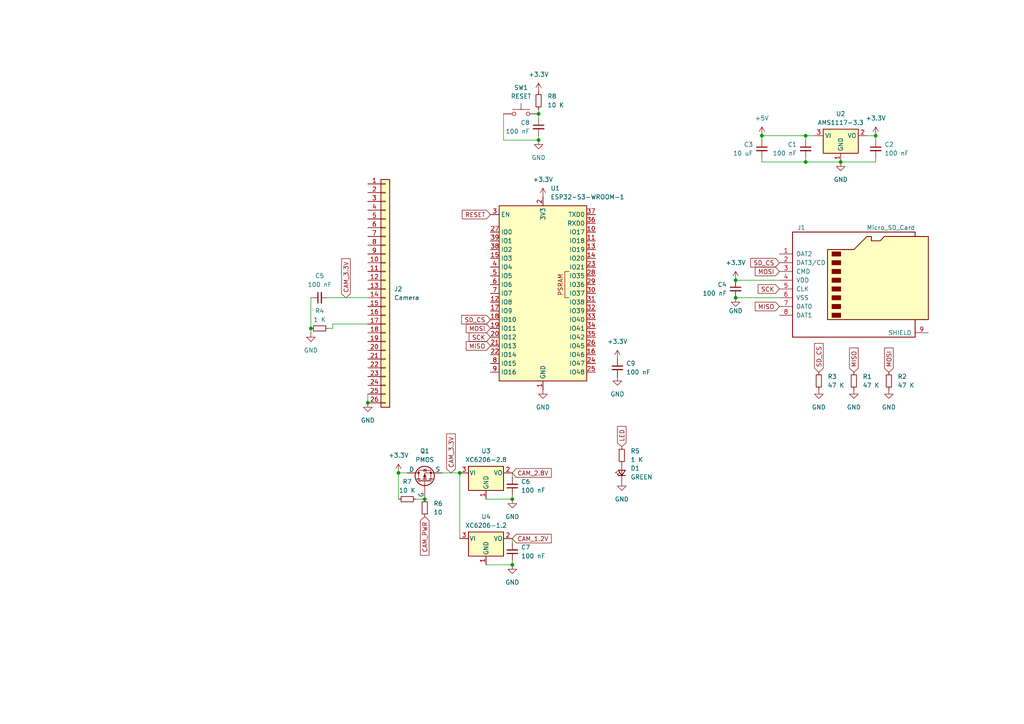
<source format=kicad_sch>
(kicad_sch (version 20231120) (generator "eeschema") (generator_version "8.0")
  (paper "A4")
  (lib_symbols
    (symbol "Connector:Micro_SD_Card" (pin_names (offset 1.016))
      (property "Reference" "J" (at -16.51 15.24 0))
      (property "Value" "Micro_SD_Card" (at 16.51 15.24 0))
      (symbol "Micro_SD_Card_0_1"
        (rectangle (start -7.62 -9.525) (end -5.08 -10.795) (fill (type outline)))
        (rectangle (start -7.62 -6.985) (end -5.08 -8.255) (fill (type outline)))
        (rectangle (start -7.62 -4.445) (end -5.08 -5.715) (fill (type outline)))
        (rectangle (start -7.62 -1.905) (end -5.08 -3.175) (fill (type outline)))
        (rectangle (start -7.62 0.635) (end -5.08 -0.635) (fill (type outline)))
        (rectangle (start -7.62 3.175) (end -5.08 1.905) (fill (type outline)))
        (rectangle (start -7.62 5.715) (end -5.08 4.445) (fill (type outline)))
        (rectangle (start -7.62 8.255) (end -5.08 6.985) (fill (type outline)))
        (polyline (pts (xy 16.51 12.7) (xy 16.51 13.97) (xy -19.05 13.97) (xy -19.05 -16.51) (xy 16.51 -16.51) (xy 16.51 -11.43)) (stroke (width 0.254)))
        (polyline (pts (xy -8.89 -11.43) (xy -8.89 8.89) (xy -1.27 8.89) (xy 2.54 12.7) (xy 3.81 12.7) (xy 3.81 11.43) (xy 6.35 11.43) (xy 7.62 12.7) (xy 20.32 12.7) (xy 20.32 -11.43) (xy -8.89 -11.43)) (stroke (width 0.254)) (fill (type background)))
      )
      (symbol "Micro_SD_Card_1_1"
        (pin bidirectional line (at -22.86 7.62 0) (length 3.81) (name "DAT2") (number "1"))
        (pin bidirectional line (at -22.86 5.08 0) (length 3.81) (name "DAT3/CD") (number "2"))
        (pin input line (at -22.86 2.54 0) (length 3.81) (name "CMD") (number "3"))
        (pin power_in line (at -22.86 0 0) (length 3.81) (name "VDD") (number "4"))
        (pin input line (at -22.86 -2.54 0) (length 3.81) (name "CLK") (number "5"))
        (pin power_in line (at -22.86 -5.08 0) (length 3.81) (name "VSS") (number "6"))
        (pin bidirectional line (at -22.86 -7.62 0) (length 3.81) (name "DAT0") (number "7"))
        (pin bidirectional line (at -22.86 -10.16 0) (length 3.81) (name "DAT1") (number "8"))
        (pin passive line (at 20.32 -15.24 180) (length 3.81) (name "SHIELD") (number "9"))
      )
    )
    (symbol "Connector_Generic:Conn_01x26" (pin_names (offset 1.016) hide)
      (property "Reference" "J" (at 0 33.02 0))
      (property "Value" "Conn_01x26" (at 0 -35.56 0))
      (symbol "Conn_01x26_1_1"
        (rectangle (start -1.27 -32.893) (end 0 -33.147) (stroke (width 0.1524)))
        (rectangle (start -1.27 -30.353) (end 0 -30.607) (stroke (width 0.1524)))
        (rectangle (start -1.27 -27.813) (end 0 -28.067) (stroke (width 0.1524)))
        (rectangle (start -1.27 -25.273) (end 0 -25.527) (stroke (width 0.1524)))
        (rectangle (start -1.27 -22.733) (end 0 -22.987) (stroke (width 0.1524)))
        (rectangle (start -1.27 -20.193) (end 0 -20.447) (stroke (width 0.1524)))
        (rectangle (start -1.27 -17.653) (end 0 -17.907) (stroke (width 0.1524)))
        (rectangle (start -1.27 -15.113) (end 0 -15.367) (stroke (width 0.1524)))
        (rectangle (start -1.27 -12.573) (end 0 -12.827) (stroke (width 0.1524)))
        (rectangle (start -1.27 -10.033) (end 0 -10.287) (stroke (width 0.1524)))
        (rectangle (start -1.27 -7.493) (end 0 -7.747) (stroke (width 0.1524)))
        (rectangle (start -1.27 -4.953) (end 0 -5.207) (stroke (width 0.1524)))
        (rectangle (start -1.27 -2.413) (end 0 -2.667) (stroke (width 0.1524)))
        (rectangle (start -1.27 0.127) (end 0 -0.127) (stroke (width 0.1524)))
        (rectangle (start -1.27 2.667) (end 0 2.413) (stroke (width 0.1524)))
        (rectangle (start -1.27 5.207) (end 0 4.953) (stroke (width 0.1524)))
        (rectangle (start -1.27 7.747) (end 0 7.493) (stroke (width 0.1524)))
        (rectangle (start -1.27 10.287) (end 0 10.033) (stroke (width 0.1524)))
        (rectangle (start -1.27 12.827) (end 0 12.573) (stroke (width 0.1524)))
        (rectangle (start -1.27 15.367) (end 0 15.113) (stroke (width 0.1524)))
        (rectangle (start -1.27 17.907) (end 0 17.653) (stroke (width 0.1524)))
        (rectangle (start -1.27 20.447) (end 0 20.193) (stroke (width 0.1524)))
        (rectangle (start -1.27 22.987) (end 0 22.733) (stroke (width 0.1524)))
        (rectangle (start -1.27 25.527) (end 0 25.273) (stroke (width 0.1524)))
        (rectangle (start -1.27 28.067) (end 0 27.813) (stroke (width 0.1524)))
        (rectangle (start -1.27 30.607) (end 0 30.353) (stroke (width 0.1524)))
        (rectangle (start -1.27 31.75) (end 1.27 -34.29) (stroke (width 0.254)) (fill (type background)))
        (pin passive line (at -5.08 30.48 0) (length 3.81) (name "Pin_1") (number "1"))
        (pin passive line (at -5.08 7.62 0) (length 3.81) (name "Pin_10") (number "10"))
        (pin passive line (at -5.08 5.08 0) (length 3.81) (name "Pin_11") (number "11"))
        (pin passive line (at -5.08 2.54 0) (length 3.81) (name "Pin_12") (number "12"))
        (pin passive line (at -5.08 0 0) (length 3.81) (name "Pin_13") (number "13"))
        (pin passive line (at -5.08 -2.54 0) (length 3.81) (name "Pin_14") (number "14"))
        (pin passive line (at -5.08 -5.08 0) (length 3.81) (name "Pin_15") (number "15"))
        (pin passive line (at -5.08 -7.62 0) (length 3.81) (name "Pin_16") (number "16"))
        (pin passive line (at -5.08 -10.16 0) (length 3.81) (name "Pin_17") (number "17"))
        (pin passive line (at -5.08 -12.7 0) (length 3.81) (name "Pin_18") (number "18"))
        (pin passive line (at -5.08 -15.24 0) (length 3.81) (name "Pin_19") (number "19"))
        (pin passive line (at -5.08 27.94 0) (length 3.81) (name "Pin_2") (number "2"))
        (pin passive line (at -5.08 -17.78 0) (length 3.81) (name "Pin_20") (number "20"))
        (pin passive line (at -5.08 -20.32 0) (length 3.81) (name "Pin_21") (number "21"))
        (pin passive line (at -5.08 -22.86 0) (length 3.81) (name "Pin_22") (number "22"))
        (pin passive line (at -5.08 -25.4 0) (length 3.81) (name "Pin_23") (number "23"))
        (pin passive line (at -5.08 -27.94 0) (length 3.81) (name "Pin_24") (number "24"))
        (pin passive line (at -5.08 -30.48 0) (length 3.81) (name "Pin_25") (number "25"))
        (pin passive line (at -5.08 -33.02 0) (length 3.81) (name "Pin_26") (number "26"))
        (pin passive line (at -5.08 25.4 0) (length 3.81) (name "Pin_3") (number "3"))
        (pin passive line (at -5.08 22.86 0) (length 3.81) (name "Pin_4") (number "4"))
        (pin passive line (at -5.08 20.32 0) (length 3.81) (name "Pin_5") (number "5"))
        (pin passive line (at -5.08 17.78 0) (length 3.81) (name "Pin_6") (number "6"))
        (pin passive line (at -5.08 15.24 0) (length 3.81) (name "Pin_7") (number "7"))
        (pin passive line (at -5.08 12.7 0) (length 3.81) (name "Pin_8") (number "8"))
        (pin passive line (at -5.08 10.16 0) (length 3.81) (name "Pin_9") (number "9"))
      )
    )
    (symbol "Device:C_Small" (pin_numbers hide) (pin_names (offset 0.254) hide)
      (property "Reference" "C" (at 0.254 1.778 0))
      (property "Value" "C_Small" (at 0.254 -2.032 0))
      (symbol "C_Small_0_1"
        (polyline (pts (xy -1.524 -0.508) (xy 1.524 -0.508)) (stroke (width 0.3302)))
        (polyline (pts (xy -1.524 0.508) (xy 1.524 0.508)) (stroke (width 0.3048)))
      )
      (symbol "C_Small_1_1"
        (pin passive line (at 0 2.54 270) (length 2.032) (name "~") (number "1"))
        (pin passive line (at 0 -2.54 90) (length 2.032) (name "~") (number "2"))
      )
    )
    (symbol "Device:LED_Small" (pin_numbers hide) (pin_names (offset 0.254) hide)
      (property "Reference" "D" (at -1.27 3.175 0))
      (property "Value" "LED_Small" (at -4.445 -2.54 0))
      (symbol "LED_Small_0_1"
        (polyline (pts (xy -0.762 -1.016) (xy -0.762 1.016)) (stroke (width 0.254)))
        (polyline (pts (xy 1.016 0) (xy -0.762 0)))
        (polyline (pts (xy 0.762 -1.016) (xy -0.762 0) (xy 0.762 1.016) (xy 0.762 -1.016)) (stroke (width 0.254)))
        (polyline (pts (xy 0 0.762) (xy -0.508 1.27) (xy -0.254 1.27) (xy -0.508 1.27) (xy -0.508 1.016)))
        (polyline (pts (xy 0.508 1.27) (xy 0 1.778) (xy 0.254 1.778) (xy 0 1.778) (xy 0 1.524)))
      )
      (symbol "LED_Small_1_1"
        (pin passive line (at -2.54 0 0) (length 1.778) (name "K") (number "1"))
        (pin passive line (at 2.54 0 180) (length 1.778) (name "A") (number "2"))
      )
    )
    (symbol "Device:R_Small" (pin_numbers hide) (pin_names (offset 0.254) hide)
      (property "Reference" "R" (at 0.762 0.508 0))
      (property "Value" "R_Small" (at 0.762 -1.016 0))
      (symbol "R_Small_0_1"
        (rectangle (start -0.762 1.778) (end 0.762 -1.778) (stroke (width 0.2032)))
      )
      (symbol "R_Small_1_1"
        (pin passive line (at 0 2.54 270) (length 0.762) (name "~") (number "1"))
        (pin passive line (at 0 -2.54 90) (length 0.762) (name "~") (number "2"))
      )
    )
    (symbol "RF_Module:ESP32-S3-WROOM-1"
      (property "Reference" "U" (at -12.7 26.67 0))
      (property "Value" "ESP32-S3-WROOM-1" (at 12.7 26.67 0))
      (symbol "ESP32-S3-WROOM-1_0_0"
        (rectangle (start -12.7 25.4) (end 12.7 -25.4) (stroke (width 0.254)) (fill (type background)))
        (text "PSRAM" (at 5.08 2.54 900) (effects (font (size 1.27 1.27))))
      )
      (symbol "ESP32-S3-WROOM-1_0_1"
        (polyline (pts (xy 7.62 -1.27) (xy 6.35 -1.27) (xy 6.35 6.35) (xy 7.62 6.35)))
      )
      (symbol "ESP32-S3-WROOM-1_1_1"
        (pin power_in line (at 0 -27.94 90) (length 2.54) (name "GND") (number "1"))
        (pin bidirectional line (at 15.24 17.78 180) (length 2.54) (name "IO17") (number "10"))
        (pin bidirectional line (at 15.24 15.24 180) (length 2.54) (name "IO18") (number "11"))
        (pin bidirectional line (at -15.24 -2.54 0) (length 2.54) (name "IO8") (number "12"))
        (pin bidirectional line (at 15.24 12.7 180) (length 2.54) (name "IO19") (number "13"))
        (pin bidirectional line (at 15.24 10.16 180) (length 2.54) (name "IO20") (number "14"))
        (pin bidirectional line (at -15.24 10.16 0) (length 2.54) (name "IO3") (number "15"))
        (pin bidirectional line (at 15.24 -17.78 180) (length 2.54) (name "IO46") (number "16"))
        (pin bidirectional line (at -15.24 -5.08 0) (length 2.54) (name "IO9") (number "17"))
        (pin bidirectional line (at -15.24 -7.62 0) (length 2.54) (name "IO10") (number "18"))
        (pin bidirectional line (at -15.24 -10.16 0) (length 2.54) (name "IO11") (number "19"))
        (pin power_in line (at 0 27.94 270) (length 2.54) (name "3V3") (number "2"))
        (pin bidirectional line (at -15.24 -12.7 0) (length 2.54) (name "IO12") (number "20"))
        (pin bidirectional line (at -15.24 -15.24 0) (length 2.54) (name "IO13") (number "21"))
        (pin bidirectional line (at -15.24 -17.78 0) (length 2.54) (name "IO14") (number "22"))
        (pin bidirectional line (at 15.24 7.62 180) (length 2.54) (name "IO21") (number "23"))
        (pin bidirectional line (at 15.24 -20.32 180) (length 2.54) (name "IO47") (number "24"))
        (pin bidirectional line (at 15.24 -22.86 180) (length 2.54) (name "IO48") (number "25"))
        (pin bidirectional line (at 15.24 -15.24 180) (length 2.54) (name "IO45") (number "26"))
        (pin bidirectional line (at -15.24 17.78 0) (length 2.54) (name "IO0") (number "27"))
        (pin bidirectional line (at 15.24 5.08 180) (length 2.54) (name "IO35") (number "28"))
        (pin bidirectional line (at 15.24 2.54 180) (length 2.54) (name "IO36") (number "29"))
        (pin input line (at -15.24 22.86 0) (length 2.54) (name "EN") (number "3"))
        (pin bidirectional line (at 15.24 0 180) (length 2.54) (name "IO37") (number "30"))
        (pin bidirectional line (at 15.24 -2.54 180) (length 2.54) (name "IO38") (number "31"))
        (pin bidirectional line (at 15.24 -5.08 180) (length 2.54) (name "IO39") (number "32"))
        (pin bidirectional line (at 15.24 -7.62 180) (length 2.54) (name "IO40") (number "33"))
        (pin bidirectional line (at 15.24 -10.16 180) (length 2.54) (name "IO41") (number "34"))
        (pin bidirectional line (at 15.24 -12.7 180) (length 2.54) (name "IO42") (number "35"))
        (pin bidirectional line (at 15.24 20.32 180) (length 2.54) (name "RXD0") (number "36"))
        (pin bidirectional line (at 15.24 22.86 180) (length 2.54) (name "TXD0") (number "37"))
        (pin bidirectional line (at -15.24 12.7 0) (length 2.54) (name "IO2") (number "38"))
        (pin bidirectional line (at -15.24 15.24 0) (length 2.54) (name "IO1") (number "39"))
        (pin bidirectional line (at -15.24 7.62 0) (length 2.54) (name "IO4") (number "4"))
        (pin passive line (at 0 -27.94 90) (length 2.54) hide (name "GND") (number "40"))
        (pin passive line (at 0 -27.94 90) (length 2.54) hide (name "GND") (number "41"))
        (pin bidirectional line (at -15.24 5.08 0) (length 2.54) (name "IO5") (number "5"))
        (pin bidirectional line (at -15.24 2.54 0) (length 2.54) (name "IO6") (number "6"))
        (pin bidirectional line (at -15.24 0 0) (length 2.54) (name "IO7") (number "7"))
        (pin bidirectional line (at -15.24 -20.32 0) (length 2.54) (name "IO15") (number "8"))
        (pin bidirectional line (at -15.24 -22.86 0) (length 2.54) (name "IO16") (number "9"))
      )
    )
    (symbol "Regulator_Linear:AMS1117-3.3"
      (property "Reference" "U" (at -3.81 3.175 0))
      (property "Value" "AMS1117-3.3" (at 0 3.175 0))
      (symbol "AMS1117-3.3_0_1"
        (rectangle (start -5.08 -5.08) (end 5.08 1.905) (stroke (width 0.254)) (fill (type background)))
      )
      (symbol "AMS1117-3.3_1_1"
        (pin power_in line (at 0 -7.62 90) (length 2.54) (name "GND") (number "1"))
        (pin power_out line (at 7.62 0 180) (length 2.54) (name "VO") (number "2"))
        (pin power_in line (at -7.62 0 0) (length 2.54) (name "VI") (number "3"))
      )
    )
    (symbol "Regulator_Linear:XC6206PxxxMR" (pin_names (offset 0.254))
      (property "Reference" "U" (at -3.81 3.175 0))
      (property "Value" "XC6206PxxxMR" (at 0 3.175 0))
      (symbol "XC6206PxxxMR_0_1"
        (rectangle (start -5.08 1.905) (end 5.08 -5.08) (stroke (width 0.254)) (fill (type background)))
      )
      (symbol "XC6206PxxxMR_1_1"
        (pin power_in line (at 0 -7.62 90) (length 2.54) (name "GND") (number "1"))
        (pin power_out line (at 7.62 0 180) (length 2.54) (name "VO") (number "2"))
        (pin power_in line (at -7.62 0 0) (length 2.54) (name "VI") (number "3"))
      )
    )
    (symbol "Simulation_SPICE:PMOS" (pin_numbers hide) (pin_names (offset 0))
      (property "Reference" "Q" (at 5.08 1.27 0))
      (property "Value" "PMOS" (at 5.08 -1.27 0))
      (symbol "PMOS_0_1"
        (polyline (pts (xy 0.254 0) (xy -2.54 0)))
        (polyline (pts (xy 0.254 1.905) (xy 0.254 -1.905)) (stroke (width 0.254)))
        (polyline (pts (xy 0.762 -1.27) (xy 0.762 -2.286)) (stroke (width 0.254)))
        (polyline (pts (xy 0.762 0.508) (xy 0.762 -0.508)) (stroke (width 0.254)))
        (polyline (pts (xy 0.762 2.286) (xy 0.762 1.27)) (stroke (width 0.254)))
        (polyline (pts (xy 2.54 2.54) (xy 2.54 1.778)))
        (polyline (pts (xy 2.54 -2.54) (xy 2.54 0) (xy 0.762 0)))
        (polyline (pts (xy 0.762 1.778) (xy 3.302 1.778) (xy 3.302 -1.778) (xy 0.762 -1.778)))
        (polyline (pts (xy 2.286 0) (xy 1.27 0.381) (xy 1.27 -0.381) (xy 2.286 0)) (fill (type outline)))
        (polyline (pts (xy 2.794 -0.508) (xy 2.921 -0.381) (xy 3.683 -0.381) (xy 3.81 -0.254)))
        (polyline (pts (xy 3.302 -0.381) (xy 2.921 0.254) (xy 3.683 0.254) (xy 3.302 -0.381)))
        (circle (center 1.651 0) (radius 2.794) (stroke (width 0.254)))
        (circle (center 2.54 -1.778) (radius 0.254) (fill (type outline)))
        (circle (center 2.54 1.778) (radius 0.254) (fill (type outline)))
      )
      (symbol "PMOS_1_1"
        (pin passive line (at 2.54 5.08 270) (length 2.54) (name "D") (number "1"))
        (pin input line (at -5.08 0 0) (length 2.54) (name "G") (number "2"))
        (pin passive line (at 2.54 -5.08 90) (length 2.54) (name "S") (number "3"))
      )
    )
    (symbol "Switch:SW_Push" (pin_numbers hide) (pin_names (offset 1.016) hide)
      (property "Reference" "SW" (at 1.27 2.54 0))
      (property "Value" "SW_Push" (at 0 -1.524 0))
      (symbol "SW_Push_0_1"
        (circle (center -2.032 0) (radius 0.508))
        (polyline (pts (xy 0 1.27) (xy 0 3.048)))
        (polyline (pts (xy 2.54 1.27) (xy -2.54 1.27)))
        (circle (center 2.032 0) (radius 0.508))
        (pin passive line (at -5.08 0 0) (length 2.54) (name "1") (number "1"))
        (pin passive line (at 5.08 0 180) (length 2.54) (name "2") (number "2"))
      )
    )
    (symbol "power:+3.3V" (power) (pin_numbers hide) (pin_names (offset 0) hide)
      (property "Value" "+3.3V" (at 0 3.556 0))
      (symbol "+3.3V_0_1"
        (polyline (pts (xy -0.762 1.27) (xy 0 2.54)))
        (polyline (pts (xy 0 0) (xy 0 2.54)))
        (polyline (pts (xy 0 2.54) (xy 0.762 1.27)))
      )
      (symbol "+3.3V_1_1"
        (pin power_in line (at 0 0 90) (length 0) (name "~") (number "1"))
      )
    )
    (symbol "power:+5V" (power) (pin_numbers hide) (pin_names (offset 0) hide)
      (property "Value" "+5V" (at 0 3.556 0))
      (symbol "+5V_0_1"
        (polyline (pts (xy -0.762 1.27) (xy 0 2.54)))
        (polyline (pts (xy 0 0) (xy 0 2.54)))
        (polyline (pts (xy 0 2.54) (xy 0.762 1.27)))
      )
      (symbol "+5V_1_1"
        (pin power_in line (at 0 0 90) (length 0) (name "~") (number "1"))
      )
    )
    (symbol "power:GND" (power) (pin_numbers hide) (pin_names (offset 0) hide)
      (property "Value" "GND" (at 0 -3.81 0))
      (symbol "GND_0_1"
        (polyline (pts (xy 0 0) (xy 0 -1.27) (xy 1.27 -1.27) (xy 0 -2.54) (xy -1.27 -1.27) (xy 0 -1.27)))
      )
      (symbol "GND_1_1"
        (pin power_in line (at 0 0 270) (length 0) (name "~") (number "1"))
      )
    )
  )
  (junction (at 115.57 137.16))
  (junction (at 243.84 46.99))
  (junction (at 148.59 144.78))
  (junction (at 156.21 40.64))
  (junction (at 254 39.37))
  (junction (at 213.36 86.36))
  (junction (at 156.21 33.02))
  (junction (at 106.68 116.84))
  (junction (at 213.36 81.28))
  (junction (at 148.59 163.83))
  (junction (at 133.35 137.16))
  (junction (at 233.68 46.99))
  (junction (at 233.68 39.37))
  (junction (at 220.98 39.37))
  (junction (at 90.17 95.25))
  (junction (at 123.19 144.78))
  (wire (pts (xy 146.05 40.64) (xy 156.21 40.64)))
  (wire (pts (xy 90.17 96.52) (xy 90.17 95.25)))
  (wire (pts (xy 254 40.64) (xy 254 39.37)))
  (wire (pts (xy 96.52 93.98) (xy 106.68 93.98)))
  (wire (pts (xy 148.59 138.43) (xy 148.59 137.16)))
  (wire (pts (xy 233.68 39.37) (xy 233.68 40.64)))
  (wire (pts (xy 133.35 137.16) (xy 133.35 156.21)))
  (wire (pts (xy 115.57 144.78) (xy 115.57 137.16)))
  (wire (pts (xy 120.65 144.78) (xy 123.19 144.78)))
  (wire (pts (xy 233.68 39.37) (xy 236.22 39.37)))
  (wire (pts (xy 96.52 95.25) (xy 96.52 93.98)))
  (wire (pts (xy 220.98 46.99) (xy 233.68 46.99)))
  (wire (pts (xy 146.05 33.02) (xy 146.05 40.64)))
  (wire (pts (xy 220.98 39.37) (xy 220.98 40.64)))
  (wire (pts (xy 140.97 144.78) (xy 148.59 144.78)))
  (wire (pts (xy 148.59 163.83) (xy 140.97 163.83)))
  (wire (pts (xy 233.68 45.72) (xy 233.68 46.99)))
  (wire (pts (xy 254 39.37) (xy 251.46 39.37)))
  (wire (pts (xy 148.59 144.78) (xy 148.59 143.51)))
  (wire (pts (xy 106.68 114.3) (xy 106.68 116.84)))
  (wire (pts (xy 156.21 31.75) (xy 156.21 33.02)))
  (wire (pts (xy 213.36 81.28) (xy 226.06 81.28)))
  (wire (pts (xy 90.17 86.36) (xy 90.17 95.25)))
  (wire (pts (xy 213.36 86.36) (xy 226.06 86.36)))
  (wire (pts (xy 220.98 46.99) (xy 220.98 45.72)))
  (wire (pts (xy 148.59 157.48) (xy 148.59 156.21)))
  (wire (pts (xy 115.57 137.16) (xy 118.11 137.16)))
  (wire (pts (xy 254 46.99) (xy 254 45.72)))
  (wire (pts (xy 220.98 39.37) (xy 233.68 39.37)))
  (wire (pts (xy 148.59 162.56) (xy 148.59 163.83)))
  (wire (pts (xy 156.21 40.64) (xy 156.21 39.37)))
  (wire (pts (xy 95.25 95.25) (xy 96.52 95.25)))
  (wire (pts (xy 254 46.99) (xy 243.84 46.99)))
  (wire (pts (xy 156.21 34.29) (xy 156.21 33.02)))
  (wire (pts (xy 233.68 46.99) (xy 243.84 46.99)))
  (wire (pts (xy 128.27 137.16) (xy 133.35 137.16)))
  (wire (pts (xy 95.25 86.36) (xy 106.68 86.36)))
  (global_label "RESET" (shape input) (at 142.24 62.23 180) (property "Intersheetrefs" "${INTERSHEET_REFS}" (effects (hide yes))))
  (global_label "MISO" (shape input) (at 142.24 100.33 180) (property "Intersheetrefs" "${INTERSHEET_REFS}" (effects (hide yes))))
  (global_label "LED" (shape input) (at 180.34 129.54 90) (property "Intersheetrefs" "${INTERSHEET_REFS}" (effects (hide yes))))
  (global_label "SD_CS" (shape input) (at 142.24 92.71 180) (property "Intersheetrefs" "${INTERSHEET_REFS}" (effects (hide yes))))
  (global_label "MOSI" (shape input) (at 226.06 78.74 180) (property "Intersheetrefs" "${INTERSHEET_REFS}" (effects (hide yes))))
  (global_label "CAM_2.8V" (shape input) (at 148.59 137.16 0) (property "Intersheetrefs" "${INTERSHEET_REFS}" (effects (hide yes))))
  (global_label "CAM_3.3V" (shape input) (at 130.81 137.16 90) (property "Intersheetrefs" "${INTERSHEET_REFS}" (effects (hide yes))))
  (global_label "SCK" (shape input) (at 142.24 97.79 180) (property "Intersheetrefs" "${INTERSHEET_REFS}" (effects (hide yes))))
  (global_label "SD_CS" (shape input) (at 226.06 76.2 180) (property "Intersheetrefs" "${INTERSHEET_REFS}" (effects (hide yes))))
  (global_label "MISO" (shape input) (at 247.65 107.95 90) (property "Intersheetrefs" "${INTERSHEET_REFS}" (effects (hide yes))))
  (global_label "MISO" (shape input) (at 226.06 88.9 180) (property "Intersheetrefs" "${INTERSHEET_REFS}" (effects (hide yes))))
  (global_label "MOSI" (shape input) (at 257.81 107.95 90) (property "Intersheetrefs" "${INTERSHEET_REFS}" (effects (hide yes))))
  (global_label "CAM_3.3V" (shape input) (at 100.33 86.36 90) (property "Intersheetrefs" "${INTERSHEET_REFS}" (effects (hide yes))))
  (global_label "CAM_PWR" (shape input) (at 123.19 149.86 270) (property "Intersheetrefs" "${INTERSHEET_REFS}" (effects (hide yes))))
  (global_label "SCK" (shape input) (at 226.06 83.82 180) (property "Intersheetrefs" "${INTERSHEET_REFS}" (effects (hide yes))))
  (global_label "MOSI" (shape input) (at 142.24 95.25 180) (property "Intersheetrefs" "${INTERSHEET_REFS}" (effects (hide yes))))
  (global_label "CAM_1.2V" (shape input) (at 148.59 156.21 0) (property "Intersheetrefs" "${INTERSHEET_REFS}" (effects (hide yes))))
  (global_label "SD_CS" (shape input) (at 237.49 107.95 90) (property "Intersheetrefs" "${INTERSHEET_REFS}" (effects (hide yes))))
  (symbol (lib_id "power:GND") (at 247.65 113.03 0) (unit 1)
    (property "Reference" "#PWR07" (effects (hide yes)))
    (property "Value" "GND" (at 247.65 118.11 0))
    (property "Description" "Power symbol creates a global label with name \"GND\" , ground" (effects (hide yes)))
  )
  (symbol (lib_id "power:+3.3V") (at 254 39.37 0) (unit 1)
    (property "Reference" "#PWR03" (effects (hide yes)))
    (property "Value" "+3.3V" (at 254 34.29 0))
    (property "Description" "Power symbol creates a global label with name \"+3.3V\"" (effects (hide yes)))
  )
  (symbol (lib_id "Device:C_Small") (at 148.59 160.02 180) (unit 1)
    (property "Reference" "C7" (at 151.13 158.7435 0) (effects (justify right)))
    (property "Value" "100 nF" (at 151.13 161.2835 0) (effects (justify right)))
    (property "Description" "Unpolarized capacitor, small symbol" (effects (hide yes)))
  )
  (symbol (lib_id "power:GND") (at 156.21 40.64 0) (unit 1)
    (property "Reference" "#PWR017" (effects (hide yes)))
    (property "Value" "GND" (at 156.21 45.72 0))
    (property "Description" "Power symbol creates a global label with name \"GND\" , ground" (effects (hide yes)))
  )
  (symbol (lib_id "Device:R_Small") (at 247.65 110.49 0) (unit 1)
    (property "Reference" "R1" (at 250.19 109.2199 0) (effects (justify left)))
    (property "Value" "47 K" (at 250.19 111.7599 0) (effects (justify left)))
    (property "Description" "Resistor, small symbol" (effects (hide yes)))
  )
  (symbol (lib_id "RF_Module:ESP32-S3-WROOM-1") (at 157.48 85.09 0) (unit 1)
    (property "Reference" "U1" (at 159.6741 54.61 0) (effects (justify left)))
    (property "Value" "ESP32-S3-WROOM-1" (at 159.6741 57.15 0) (effects (justify left)))
    (property "Footprint" "RF_Module:ESP32-S3-WROOM-1" (effects (hide yes)))
    (property "Datasheet" "https://www.espressif.com/sites/default/files/documentation/esp32-s3-wroom-1_wroom-1u_datasheet_en.pdf" (effects (hide yes)))
    (property "Description" "RF Module, ESP32-S3 SoC, Wi-Fi 802.11b/g/n, Bluetooth, BLE, 32-bit, 3.3V, onboard antenna, SMD" (effects (hide yes)))
  )
  (symbol (lib_id "power:GND") (at 148.59 144.78 0) (unit 1)
    (property "Reference" "#PWR012" (effects (hide yes)))
    (property "Value" "GND" (at 148.59 149.86 0))
    (property "Description" "Power symbol creates a global label with name \"GND\" , ground" (effects (hide yes)))
  )
  (symbol (lib_id "power:GND") (at 106.68 116.84 0) (unit 1)
    (property "Reference" "#PWR09" (effects (hide yes)))
    (property "Value" "GND" (at 106.68 121.92 0))
    (property "Description" "Power symbol creates a global label with name \"GND\" , ground" (effects (hide yes)))
  )
  (symbol (lib_id "Device:R_Small") (at 156.21 29.21 0) (unit 1)
    (property "Reference" "R8" (at 158.75 27.9399 0) (effects (justify left)))
    (property "Value" "10 K" (at 158.75 30.4799 0) (effects (justify left)))
    (property "Description" "Resistor, small symbol" (effects (hide yes)))
  )
  (symbol (lib_id "power:GND") (at 237.49 113.03 0) (unit 1)
    (property "Reference" "#PWR06" (effects (hide yes)))
    (property "Value" "GND" (at 237.49 118.11 0))
    (property "Description" "Power symbol creates a global label with name \"GND\" , ground" (effects (hide yes)))
  )
  (symbol (lib_id "power:GND") (at 157.48 113.03 0) (unit 1)
    (property "Reference" "#PWR018" (effects (hide yes)))
    (property "Value" "GND" (at 157.48 118.11 0))
    (property "Description" "Power symbol creates a global label with name \"GND\" , ground" (effects (hide yes)))
  )
  (symbol (lib_id "Device:LED_Small") (at 180.34 137.16 90) (unit 1)
    (property "Reference" "D1" (at 182.88 135.8264 90) (effects (justify right)))
    (property "Value" "GREEN" (at 182.88 138.3664 90) (effects (justify right)))
    (property "Description" "Light emitting diode, small symbol" (effects (hide yes)))
  )
  (symbol (lib_id "Device:C_Small") (at 148.59 140.97 180) (unit 1)
    (property "Reference" "C6" (at 151.13 139.6935 0) (effects (justify right)))
    (property "Value" "100 nF" (at 151.13 142.2335 0) (effects (justify right)))
    (property "Description" "Unpolarized capacitor, small symbol" (effects (hide yes)))
  )
  (symbol (lib_id "Regulator_Linear:XC6206PxxxMR") (at 140.97 156.21 0) (unit 1)
    (property "Reference" "U4" (at 140.97 149.86 0))
    (property "Value" "XC6206-1.2" (at 140.97 152.4 0))
    (property "Footprint" "Package_TO_SOT_SMD:SOT-23-3" (effects (hide yes)))
    (property "Datasheet" "https://www.torexsemi.com/file/xc6206/XC6206.pdf" (effects (hide yes)))
    (property "Description" "Positive 60-250mA Low Dropout Regulator, Fixed Output, SOT-23" (effects (hide yes)))
  )
  (symbol (lib_id "Device:R_Small") (at 257.81 110.49 0) (unit 1)
    (property "Reference" "R2" (at 260.35 109.2199 0) (effects (justify left)))
    (property "Value" "47 K" (at 260.35 111.7599 0) (effects (justify left)))
    (property "Description" "Resistor, small symbol" (effects (hide yes)))
  )
  (symbol (lib_id "power:GND") (at 257.81 113.03 0) (unit 1)
    (property "Reference" "#PWR08" (effects (hide yes)))
    (property "Value" "GND" (at 257.81 118.11 0))
    (property "Description" "Power symbol creates a global label with name \"GND\" , ground" (effects (hide yes)))
  )
  (symbol (lib_id "Switch:SW_Push") (at 151.13 33.02 0) (unit 1)
    (property "Reference" "SW1" (at 151.13 25.4 0))
    (property "Value" "RESET" (at 151.13 27.94 0))
    (property "Description" "Push button switch, generic, two pins" (effects (hide yes)))
  )
  (symbol (lib_id "Device:C_Small") (at 220.98 43.18 0) (unit 1)
    (property "Reference" "C3" (at 218.44 41.9162 0) (effects (justify right)))
    (property "Value" "10 uF" (at 218.44 44.4562 0) (effects (justify right)))
    (property "Description" "Unpolarized capacitor, small symbol" (effects (hide yes)))
  )
  (symbol (lib_id "Regulator_Linear:XC6206PxxxMR") (at 140.97 137.16 0) (unit 1)
    (property "Reference" "U3" (at 140.97 130.81 0))
    (property "Value" "XC6206-2.8" (at 140.97 133.35 0))
    (property "Footprint" "Package_TO_SOT_SMD:SOT-23-3" (effects (hide yes)))
    (property "Datasheet" "https://www.torexsemi.com/file/xc6206/XC6206.pdf" (effects (hide yes)))
    (property "Description" "Positive 60-250mA Low Dropout Regulator, Fixed Output, SOT-23" (effects (hide yes)))
  )
  (symbol (lib_id "power:+3.3V") (at 156.21 26.67 0) (unit 1)
    (property "Reference" "#PWR016" (effects (hide yes)))
    (property "Value" "+3.3V" (at 156.21 21.59 0))
    (property "Description" "Power symbol creates a global label with name \"+3.3V\"" (effects (hide yes)))
  )
  (symbol (lib_id "power:GND") (at 213.36 86.36 0) (unit 1)
    (property "Reference" "#PWR04" (effects (hide yes)))
    (property "Value" "GND" (at 213.36 90.17 0))
    (property "Description" "Power symbol creates a global label with name \"GND\" , ground" (effects (hide yes)))
  )
  (symbol (lib_id "Device:R_Small") (at 237.49 110.49 0) (unit 1)
    (property "Reference" "R3" (at 240.03 109.2199 0) (effects (justify left)))
    (property "Value" "47 K" (at 240.03 111.7599 0) (effects (justify left)))
    (property "Description" "Resistor, small symbol" (effects (hide yes)))
  )
  (symbol (lib_id "power:GND") (at 148.59 163.83 0) (unit 1)
    (property "Reference" "#PWR013" (effects (hide yes)))
    (property "Value" "GND" (at 148.59 168.91 0))
    (property "Description" "Power symbol creates a global label with name \"GND\" , ground" (effects (hide yes)))
  )
  (symbol (lib_id "power:+3.3V") (at 213.36 81.28 0) (unit 1)
    (property "Reference" "#PWR05" (effects (hide yes)))
    (property "Value" "+3.3V" (at 213.36 76.2 0))
    (property "Description" "Power symbol creates a global label with name \"+3.3V\"" (effects (hide yes)))
  )
  (symbol (lib_id "power:+3.3V") (at 157.48 57.15 0) (unit 1)
    (property "Reference" "#PWR015" (effects (hide yes)))
    (property "Value" "+3.3V" (at 157.48 52.07 0))
    (property "Description" "Power symbol creates a global label with name \"+3.3V\"" (effects (hide yes)))
  )
  (symbol (lib_id "power:GND") (at 180.34 139.7 0) (unit 1)
    (property "Reference" "#PWR010" (effects (hide yes)))
    (property "Value" "GND" (at 180.34 144.78 0))
    (property "Description" "Power symbol creates a global label with name \"GND\" , ground" (effects (hide yes)))
  )
  (symbol (lib_id "Device:C_Small") (at 233.68 43.18 0) (unit 1)
    (property "Reference" "C1" (at 231.14 41.9162 0) (effects (justify right)))
    (property "Value" "100 nF" (at 231.14 44.4562 0) (effects (justify right)))
    (property "Description" "Unpolarized capacitor, small symbol" (effects (hide yes)))
  )
  (symbol (lib_id "Device:R_Small") (at 180.34 132.08 0) (unit 1)
    (property "Reference" "R5" (at 182.88 130.8099 0) (effects (justify left)))
    (property "Value" "1 K" (at 182.88 133.3499 0) (effects (justify left)))
    (property "Description" "Resistor, small symbol" (effects (hide yes)))
  )
  (symbol (lib_id "power:GND") (at 243.84 46.99 0) (unit 1)
    (property "Reference" "#PWR02" (effects (hide yes)))
    (property "Value" "GND" (at 243.84 52.07 0))
    (property "Description" "Power symbol creates a global label with name \"GND\" , ground" (effects (hide yes)))
  )
  (symbol (lib_id "Device:R_Small") (at 118.11 144.78 90) (unit 1)
    (property "Reference" "R7" (at 118.11 139.7 90))
    (property "Value" "10 K" (at 118.11 142.24 90))
    (property "Description" "Resistor, small symbol" (effects (hide yes)))
  )
  (symbol (lib_id "Device:C_Small") (at 213.36 83.82 0) (unit 1)
    (property "Reference" "C4" (at 210.82 82.5562 0) (effects (justify right)))
    (property "Value" "100 nF" (at 210.82 85.0962 0) (effects (justify right)))
    (property "Description" "Unpolarized capacitor, small symbol" (effects (hide yes)))
  )
  (symbol (lib_id "Device:R_Small") (at 123.19 147.32 0) (unit 1)
    (property "Reference" "R6" (at 125.73 146.0499 0) (effects (justify left)))
    (property "Value" "10 " (at 125.73 148.5899 0) (effects (justify left)))
    (property "Description" "Resistor, small symbol" (effects (hide yes)))
  )
  (symbol (lib_id "Device:C_Small") (at 156.21 36.83 0) (unit 1)
    (property "Reference" "C8" (at 153.67 35.5662 0) (effects (justify right)))
    (property "Value" "100 nF" (at 153.67 38.1062 0) (effects (justify right)))
    (property "Description" "Unpolarized capacitor, small symbol" (effects (hide yes)))
  )
  (symbol (lib_id "power:+3.3V") (at 115.57 137.16 0) (unit 1)
    (property "Reference" "#PWR014" (effects (hide yes)))
    (property "Value" "+3.3V" (at 115.57 132.08 0))
    (property "Description" "Power symbol creates a global label with name \"+3.3V\"" (effects (hide yes)))
  )
  (symbol (lib_id "Connector:Micro_SD_Card") (at 248.92 81.28 0) (unit 1)
    (property "Reference" "J1" (at 232.41 66.04 0))
    (property "Value" "Micro_SD_Card" (at 265.43 66.04 0) (effects (justify right)))
    (property "Datasheet" "http://katalog.we-online.de/em/datasheet/693072010801.pdf" (effects (hide yes)))
    (property "Description" "Micro SD Card Socket" (effects (hide yes)))
  )
  (symbol (lib_id "power:+3.3V") (at 179.07 104.14 0) (unit 1)
    (property "Reference" "#PWR020" (effects (hide yes)))
    (property "Value" "+3.3V" (at 179.07 99.06 0))
    (property "Description" "Power symbol creates a global label with name \"+3.3V\"" (effects (hide yes)))
  )
  (symbol (lib_id "Simulation_SPICE:PMOS") (at 123.19 139.7 90) (unit 1)
    (property "Reference" "Q1" (at 123.19 130.81 90))
    (property "Value" "PMOS" (at 123.19 133.35 90))
    (property "Datasheet" "https://ngspice.sourceforge.io/docs/ngspice-html-manual/manual.xhtml#cha_MOSFETs" (effects (hide yes)))
    (property "Description" "P-MOSFET transistor, drain/source/gate" (effects (hide yes)))
    (property "Sim.Device" "PMOS" (effects (hide yes)))
    (property "Sim.Type" "VDMOS" (effects (hide yes)))
    (property "Sim.Pins" "1=D 2=G 3=S" (effects (hide yes)))
  )
  (symbol (lib_id "Device:C_Small") (at 179.07 106.68 0) (unit 1)
    (property "Reference" "C9" (at 181.61 105.4162 0) (effects (justify left)))
    (property "Value" "100 nF" (at 181.61 107.9562 0) (effects (justify left)))
    (property "Description" "Unpolarized capacitor, small symbol" (effects (hide yes)))
  )
  (symbol (lib_id "Device:C_Small") (at 254 43.18 0) (unit 1)
    (property "Reference" "C2" (at 256.54 41.9162 0) (effects (justify left)))
    (property "Value" "100 nF" (at 256.54 44.4562 0) (effects (justify left)))
    (property "Description" "Unpolarized capacitor, small symbol" (effects (hide yes)))
  )
  (symbol (lib_id "Device:R_Small") (at 92.71 95.25 90) (unit 1)
    (property "Reference" "R4" (at 92.71 90.17 90))
    (property "Value" "1 K" (at 92.71 92.71 90))
    (property "Description" "Resistor, small symbol" (effects (hide yes)))
  )
  (symbol (lib_id "Device:C_Small") (at 92.71 86.36 90) (unit 1)
    (property "Reference" "C5" (at 92.7163 80.01 90))
    (property "Value" "100 nF" (at 92.7163 82.55 90))
    (property "Description" "Unpolarized capacitor, small symbol" (effects (hide yes)))
  )
  (symbol (lib_id "power:GND") (at 179.07 109.22 0) (unit 1)
    (property "Reference" "#PWR019" (effects (hide yes)))
    (property "Value" "GND" (at 179.07 114.3 0))
    (property "Description" "Power symbol creates a global label with name \"GND\" , ground" (effects (hide yes)))
  )
  (symbol (lib_id "Connector_Generic:Conn_01x26") (at 111.76 83.82 0) (unit 1)
    (property "Reference" "J2" (at 114.3 83.8199 0) (effects (justify left)))
    (property "Value" "Camera" (at 114.3 86.3599 0) (effects (justify left)))
    (property "Description" "Generic connector, single row, 01x26, script generated (kicad-library-utils/schlib/autogen/connector/)" (effects (hide yes)))
  )
  (symbol (lib_id "power:GND") (at 90.17 96.52 0) (unit 1)
    (property "Reference" "#PWR011" (effects (hide yes)))
    (property "Value" "GND" (at 90.17 101.6 0))
    (property "Description" "Power symbol creates a global label with name \"GND\" , ground" (effects (hide yes)))
  )
  (symbol (lib_id "Regulator_Linear:AMS1117-3.3") (at 243.84 39.37 0) (unit 1)
    (property "Reference" "U2" (at 243.84 33.02 0))
    (property "Value" "AMS1117-3.3" (at 243.84 35.56 0))
    (property "Footprint" "Package_TO_SOT_SMD:SOT-223-3_TabPin2" (effects (hide yes)))
    (property "Datasheet" "http://www.advanced-monolithic.com/pdf/ds1117.pdf" (effects (hide yes)))
    (property "Description" "1A Low Dropout regulator, positive, 3.3V fixed output, SOT-223" (effects (hide yes)))
  )
  (symbol (lib_id "power:+5V") (at 220.98 39.37 0) (unit 1)
    (property "Reference" "#PWR01" (effects (hide yes)))
    (property "Value" "+5V" (at 220.98 34.29 0))
    (property "Description" "Power symbol creates a global label with name \"+5V\"" (effects (hide yes)))
  )
)
</source>
